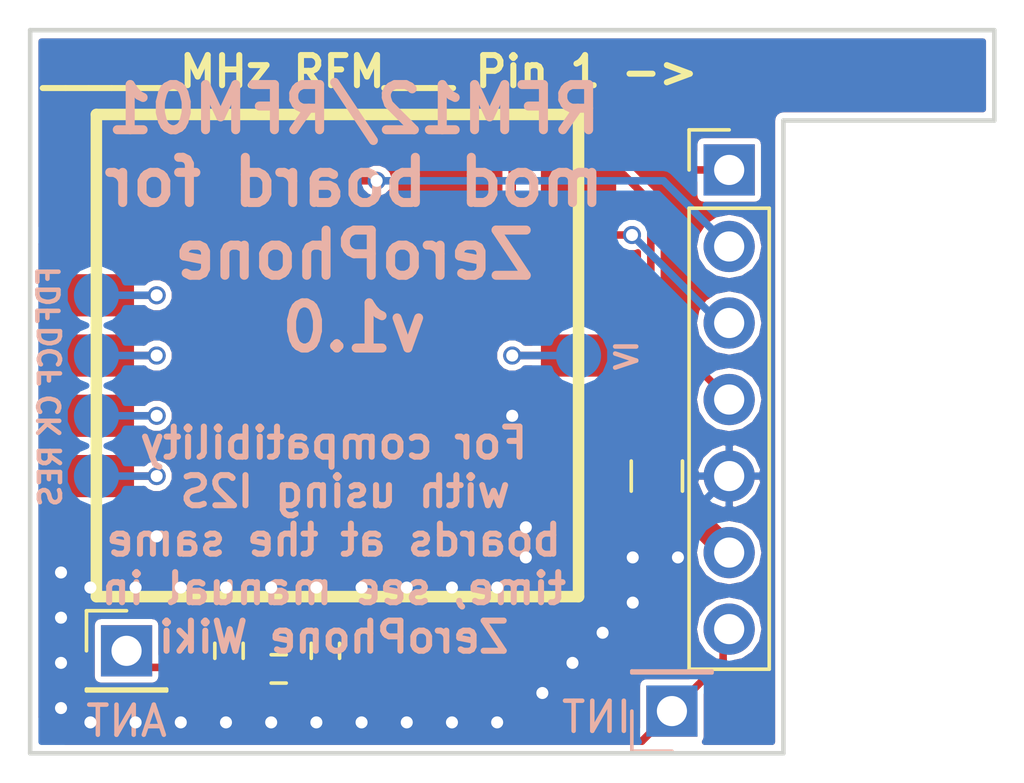
<source format=kicad_pcb>
(kicad_pcb (version 4) (host pcbnew 4.0.7)

  (general
    (links 22)
    (no_connects 0)
    (area 134.924999 98.924999 167.075001 123.075001)
    (thickness 1.6)
    (drawings 9)
    (tracks 141)
    (zones 0)
    (modules 13)
    (nets 15)
  )

  (page A4)
  (layers
    (0 F.Cu signal)
    (31 B.Cu signal)
    (32 B.Adhes user)
    (33 F.Adhes user)
    (34 B.Paste user)
    (35 F.Paste user)
    (36 B.SilkS user)
    (37 F.SilkS user)
    (38 B.Mask user)
    (39 F.Mask user)
    (40 Dwgs.User user)
    (41 Cmts.User user)
    (42 Eco1.User user)
    (43 Eco2.User user)
    (44 Edge.Cuts user)
    (45 Margin user)
    (46 B.CrtYd user)
    (47 F.CrtYd user)
    (48 B.Fab user)
    (49 F.Fab user)
  )

  (setup
    (last_trace_width 0.25)
    (user_trace_width 0.8)
    (trace_clearance 0.2)
    (zone_clearance 0.508)
    (zone_45_only no)
    (trace_min 0.2)
    (segment_width 0.2)
    (edge_width 0.15)
    (via_size 0.6)
    (via_drill 0.4)
    (via_min_size 0.4)
    (via_min_drill 0.3)
    (uvia_size 0.3)
    (uvia_drill 0.1)
    (uvias_allowed no)
    (uvia_min_size 0.2)
    (uvia_min_drill 0.1)
    (pcb_text_width 0.3)
    (pcb_text_size 1.5 1.5)
    (mod_edge_width 0.15)
    (mod_text_size 1 1)
    (mod_text_width 0.15)
    (pad_size 1.524 1.524)
    (pad_drill 0.762)
    (pad_to_mask_clearance 0.2)
    (aux_axis_origin 168 98)
    (visible_elements 7FFFFF7F)
    (pcbplotparams
      (layerselection 0x010f0_80000001)
      (usegerberextensions true)
      (usegerberattributes true)
      (excludeedgelayer true)
      (linewidth 0.100000)
      (plotframeref false)
      (viasonmask false)
      (mode 1)
      (useauxorigin true)
      (hpglpennumber 1)
      (hpglpenspeed 20)
      (hpglpendiameter 15)
      (hpglpenoverlay 2)
      (psnegative false)
      (psa4output false)
      (plotreference true)
      (plotvalue true)
      (plotinvisibletext false)
      (padsonsilk false)
      (subtractmaskfromsilk false)
      (outputformat 1)
      (mirror false)
      (drillshape 0)
      (scaleselection 1)
      (outputdirectory gerbers/))
  )

  (net 0 "")
  (net 1 "Net-(C1-Pad1)")
  (net 2 GND)
  (net 3 "Net-(C2-Pad1)")
  (net 4 +3V3)
  (net 5 INT)
  (net 6 "Net-(TP1-Pad1)")
  (net 7 "Net-(TP2-Pad1)")
  (net 8 "Net-(TP3-Pad1)")
  (net 9 "Net-(TP4-Pad1)")
  (net 10 "Net-(TP5-Pad1)")
  (net 11 MOSI)
  (net 12 MISO)
  (net 13 SCK)
  (net 14 CS)

  (net_class Default "This is the default net class."
    (clearance 0.2)
    (trace_width 0.25)
    (via_dia 0.6)
    (via_drill 0.4)
    (uvia_dia 0.3)
    (uvia_drill 0.1)
    (add_net +3V3)
    (add_net CS)
    (add_net GND)
    (add_net INT)
    (add_net MISO)
    (add_net MOSI)
    (add_net "Net-(C1-Pad1)")
    (add_net "Net-(C2-Pad1)")
    (add_net "Net-(TP1-Pad1)")
    (add_net "Net-(TP2-Pad1)")
    (add_net "Net-(TP3-Pad1)")
    (add_net "Net-(TP4-Pad1)")
    (add_net "Net-(TP5-Pad1)")
    (add_net SCK)
  )

  (module Capacitors_SMD:C_0402 (layer F.Cu) (tedit 59A2CE6D) (tstamp 59A2C92E)
    (at 144.8 119.6 90)
    (descr "Capacitor SMD 0402, reflow soldering, AVX (see smccp.pdf)")
    (tags "capacitor 0402")
    (path /59A2C35B)
    (attr smd)
    (fp_text reference C1 (at 0 -1.27 90) (layer F.SilkS) hide
      (effects (font (size 1 1) (thickness 0.15)))
    )
    (fp_text value C_Small (at 0 1.27 90) (layer F.Fab) hide
      (effects (font (size 1 1) (thickness 0.15)))
    )
    (fp_text user %R (at 0 -1.27 90) (layer F.Fab) hide
      (effects (font (size 1 1) (thickness 0.15)))
    )
    (fp_line (start -0.5 0.25) (end -0.5 -0.25) (layer F.Fab) (width 0.1))
    (fp_line (start 0.5 0.25) (end -0.5 0.25) (layer F.Fab) (width 0.1))
    (fp_line (start 0.5 -0.25) (end 0.5 0.25) (layer F.Fab) (width 0.1))
    (fp_line (start -0.5 -0.25) (end 0.5 -0.25) (layer F.Fab) (width 0.1))
    (fp_line (start 0.25 -0.47) (end -0.25 -0.47) (layer F.SilkS) (width 0.12))
    (fp_line (start -0.25 0.47) (end 0.25 0.47) (layer F.SilkS) (width 0.12))
    (fp_line (start -1 -0.4) (end 1 -0.4) (layer F.CrtYd) (width 0.05))
    (fp_line (start -1 -0.4) (end -1 0.4) (layer F.CrtYd) (width 0.05))
    (fp_line (start 1 0.4) (end 1 -0.4) (layer F.CrtYd) (width 0.05))
    (fp_line (start 1 0.4) (end -1 0.4) (layer F.CrtYd) (width 0.05))
    (pad 1 smd rect (at -0.55 0 90) (size 0.6 0.5) (layers F.Cu F.Paste F.Mask)
      (net 1 "Net-(C1-Pad1)"))
    (pad 2 smd rect (at 0.55 0 90) (size 0.6 0.5) (layers F.Cu F.Paste F.Mask)
      (net 2 GND))
    (model Capacitors_SMD.3dshapes/C_0402.wrl
      (at (xyz 0 0 0))
      (scale (xyz 1 1 1))
      (rotate (xyz 0 0 0))
    )
  )

  (module Capacitors_SMD:C_0402 (layer F.Cu) (tedit 59A2CE55) (tstamp 59A2C934)
    (at 141.6 119.6 90)
    (descr "Capacitor SMD 0402, reflow soldering, AVX (see smccp.pdf)")
    (tags "capacitor 0402")
    (path /59A2C2DB)
    (attr smd)
    (fp_text reference C2 (at 0 -1.27 90) (layer F.SilkS) hide
      (effects (font (size 1 1) (thickness 0.15)))
    )
    (fp_text value C_Small (at 0 1.27 90) (layer F.Fab) hide
      (effects (font (size 1 1) (thickness 0.15)))
    )
    (fp_text user %R (at 0 -1.27 90) (layer F.Fab) hide
      (effects (font (size 1 1) (thickness 0.15)))
    )
    (fp_line (start -0.5 0.25) (end -0.5 -0.25) (layer F.Fab) (width 0.1))
    (fp_line (start 0.5 0.25) (end -0.5 0.25) (layer F.Fab) (width 0.1))
    (fp_line (start 0.5 -0.25) (end 0.5 0.25) (layer F.Fab) (width 0.1))
    (fp_line (start -0.5 -0.25) (end 0.5 -0.25) (layer F.Fab) (width 0.1))
    (fp_line (start 0.25 -0.47) (end -0.25 -0.47) (layer F.SilkS) (width 0.12))
    (fp_line (start -0.25 0.47) (end 0.25 0.47) (layer F.SilkS) (width 0.12))
    (fp_line (start -1 -0.4) (end 1 -0.4) (layer F.CrtYd) (width 0.05))
    (fp_line (start -1 -0.4) (end -1 0.4) (layer F.CrtYd) (width 0.05))
    (fp_line (start 1 0.4) (end 1 -0.4) (layer F.CrtYd) (width 0.05))
    (fp_line (start 1 0.4) (end -1 0.4) (layer F.CrtYd) (width 0.05))
    (pad 1 smd rect (at -0.55 0 90) (size 0.6 0.5) (layers F.Cu F.Paste F.Mask)
      (net 3 "Net-(C2-Pad1)"))
    (pad 2 smd rect (at 0.55 0 90) (size 0.6 0.5) (layers F.Cu F.Paste F.Mask)
      (net 2 GND))
    (model Capacitors_SMD.3dshapes/C_0402.wrl
      (at (xyz 0 0 0))
      (scale (xyz 1 1 1))
      (rotate (xyz 0 0 0))
    )
  )

  (module Pin_Headers:Pin_Header_Straight_1x01_Pitch2.54mm (layer F.Cu) (tedit 59A2CE66) (tstamp 59A2C939)
    (at 138.2 119.6)
    (descr "Through hole straight pin header, 1x01, 2.54mm pitch, single row")
    (tags "Through hole pin header THT 1x01 2.54mm single row")
    (path /59A2C21D)
    (fp_text reference J1 (at 0 -2.33) (layer F.SilkS) hide
      (effects (font (size 1 1) (thickness 0.15)))
    )
    (fp_text value ANT (at 0 2.33) (layer B.SilkS)
      (effects (font (size 1 1) (thickness 0.15)) (justify mirror))
    )
    (fp_line (start -0.635 -1.27) (end 1.27 -1.27) (layer F.Fab) (width 0.1))
    (fp_line (start 1.27 -1.27) (end 1.27 1.27) (layer F.Fab) (width 0.1))
    (fp_line (start 1.27 1.27) (end -1.27 1.27) (layer F.Fab) (width 0.1))
    (fp_line (start -1.27 1.27) (end -1.27 -0.635) (layer F.Fab) (width 0.1))
    (fp_line (start -1.27 -0.635) (end -0.635 -1.27) (layer F.Fab) (width 0.1))
    (fp_line (start -1.33 1.33) (end 1.33 1.33) (layer F.SilkS) (width 0.12))
    (fp_line (start -1.33 1.27) (end -1.33 1.33) (layer F.SilkS) (width 0.12))
    (fp_line (start 1.33 1.27) (end 1.33 1.33) (layer F.SilkS) (width 0.12))
    (fp_line (start -1.33 1.27) (end 1.33 1.27) (layer F.SilkS) (width 0.12))
    (fp_line (start -1.33 0) (end -1.33 -1.33) (layer F.SilkS) (width 0.12))
    (fp_line (start -1.33 -1.33) (end 0 -1.33) (layer F.SilkS) (width 0.12))
    (fp_line (start -1.8 -1.8) (end -1.8 1.8) (layer F.CrtYd) (width 0.05))
    (fp_line (start -1.8 1.8) (end 1.8 1.8) (layer F.CrtYd) (width 0.05))
    (fp_line (start 1.8 1.8) (end 1.8 -1.8) (layer F.CrtYd) (width 0.05))
    (fp_line (start 1.8 -1.8) (end -1.8 -1.8) (layer F.CrtYd) (width 0.05))
    (fp_text user %R (at 0 0 90) (layer F.Fab)
      (effects (font (size 1 1) (thickness 0.15)))
    )
    (pad 1 thru_hole rect (at 0 0) (size 1.7 1.7) (drill 1) (layers *.Cu *.Mask)
      (net 3 "Net-(C2-Pad1)"))
  )

  (module Pin_Headers:Pin_Header_Straight_1x07_Pitch2.54mm (layer F.Cu) (tedit 59A2CE34) (tstamp 59A2C944)
    (at 158.2 103.64)
    (descr "Through hole straight pin header, 1x07, 2.54mm pitch, single row")
    (tags "Through hole pin header THT 1x07 2.54mm single row")
    (path /59A2C1B8)
    (fp_text reference J2 (at 0 -2.33) (layer F.SilkS) hide
      (effects (font (size 1 1) (thickness 0.15)))
    )
    (fp_text value CONN_01X07 (at 0 17.57) (layer F.Fab) hide
      (effects (font (size 1 1) (thickness 0.15)))
    )
    (fp_line (start -0.635 -1.27) (end 1.27 -1.27) (layer F.Fab) (width 0.1))
    (fp_line (start 1.27 -1.27) (end 1.27 16.51) (layer F.Fab) (width 0.1))
    (fp_line (start 1.27 16.51) (end -1.27 16.51) (layer F.Fab) (width 0.1))
    (fp_line (start -1.27 16.51) (end -1.27 -0.635) (layer F.Fab) (width 0.1))
    (fp_line (start -1.27 -0.635) (end -0.635 -1.27) (layer F.Fab) (width 0.1))
    (fp_line (start -1.33 16.57) (end 1.33 16.57) (layer F.SilkS) (width 0.12))
    (fp_line (start -1.33 1.27) (end -1.33 16.57) (layer F.SilkS) (width 0.12))
    (fp_line (start 1.33 1.27) (end 1.33 16.57) (layer F.SilkS) (width 0.12))
    (fp_line (start -1.33 1.27) (end 1.33 1.27) (layer F.SilkS) (width 0.12))
    (fp_line (start -1.33 0) (end -1.33 -1.33) (layer F.SilkS) (width 0.12))
    (fp_line (start -1.33 -1.33) (end 0 -1.33) (layer F.SilkS) (width 0.12))
    (fp_line (start -1.8 -1.8) (end -1.8 17.05) (layer F.CrtYd) (width 0.05))
    (fp_line (start -1.8 17.05) (end 1.8 17.05) (layer F.CrtYd) (width 0.05))
    (fp_line (start 1.8 17.05) (end 1.8 -1.8) (layer F.CrtYd) (width 0.05))
    (fp_line (start 1.8 -1.8) (end -1.8 -1.8) (layer F.CrtYd) (width 0.05))
    (fp_text user %R (at 0 7.62 90) (layer F.Fab)
      (effects (font (size 1 1) (thickness 0.15)))
    )
    (pad 1 thru_hole rect (at 0 0) (size 1.7 1.7) (drill 1) (layers *.Cu *.Mask)
      (net 11 MOSI))
    (pad 2 thru_hole oval (at 0 2.54) (size 1.7 1.7) (drill 1) (layers *.Cu *.Mask)
      (net 12 MISO))
    (pad 3 thru_hole oval (at 0 5.08) (size 1.7 1.7) (drill 1) (layers *.Cu *.Mask)
      (net 13 SCK))
    (pad 4 thru_hole oval (at 0 7.62) (size 1.7 1.7) (drill 1) (layers *.Cu *.Mask)
      (net 14 CS))
    (pad 5 thru_hole oval (at 0 10.16) (size 1.7 1.7) (drill 1) (layers *.Cu *.Mask)
      (net 2 GND))
    (pad 6 thru_hole oval (at 0 12.7) (size 1.7 1.7) (drill 1) (layers *.Cu *.Mask)
      (net 4 +3V3))
    (pad 7 thru_hole oval (at 0 15.24) (size 1.7 1.7) (drill 1) (layers *.Cu *.Mask)
      (net 5 INT))
    (model ${KISYS3DMOD}/Pin_Headers.3dshapes/Pin_Header_Angled_1x07_Pitch2.54mm.wrl
      (at (xyz 0 0 0))
      (scale (xyz 1 1 1))
      (rotate (xyz 0 0 0))
    )
  )

  (module Capacitors_SMD:C_0402 (layer F.Cu) (tedit 59A2CE69) (tstamp 59A2C94A)
    (at 143.25 120.2 180)
    (descr "Capacitor SMD 0402, reflow soldering, AVX (see smccp.pdf)")
    (tags "capacitor 0402")
    (path /59A2C37F)
    (attr smd)
    (fp_text reference L1 (at 0 -1.27 180) (layer F.SilkS) hide
      (effects (font (size 1 1) (thickness 0.15)))
    )
    (fp_text value L_Small (at 0 1.27 180) (layer F.Fab) hide
      (effects (font (size 1 1) (thickness 0.15)))
    )
    (fp_text user %R (at 0 -1.27 180) (layer F.Fab) hide
      (effects (font (size 1 1) (thickness 0.15)))
    )
    (fp_line (start -0.5 0.25) (end -0.5 -0.25) (layer F.Fab) (width 0.1))
    (fp_line (start 0.5 0.25) (end -0.5 0.25) (layer F.Fab) (width 0.1))
    (fp_line (start 0.5 -0.25) (end 0.5 0.25) (layer F.Fab) (width 0.1))
    (fp_line (start -0.5 -0.25) (end 0.5 -0.25) (layer F.Fab) (width 0.1))
    (fp_line (start 0.25 -0.47) (end -0.25 -0.47) (layer F.SilkS) (width 0.12))
    (fp_line (start -0.25 0.47) (end 0.25 0.47) (layer F.SilkS) (width 0.12))
    (fp_line (start -1 -0.4) (end 1 -0.4) (layer F.CrtYd) (width 0.05))
    (fp_line (start -1 -0.4) (end -1 0.4) (layer F.CrtYd) (width 0.05))
    (fp_line (start 1 0.4) (end 1 -0.4) (layer F.CrtYd) (width 0.05))
    (fp_line (start 1 0.4) (end -1 0.4) (layer F.CrtYd) (width 0.05))
    (pad 1 smd rect (at -0.55 0 180) (size 0.6 0.5) (layers F.Cu F.Paste F.Mask)
      (net 1 "Net-(C1-Pad1)"))
    (pad 2 smd rect (at 0.55 0 180) (size 0.6 0.5) (layers F.Cu F.Paste F.Mask)
      (net 3 "Net-(C2-Pad1)"))
    (model Capacitors_SMD.3dshapes/C_0402.wrl
      (at (xyz 0 0 0))
      (scale (xyz 1 1 1))
      (rotate (xyz 0 0 0))
    )
  )

  (module Measurement_Points:Measurement_Point_Round-SMD-Pad_Small (layer B.Cu) (tedit 59A2CF46) (tstamp 59A2C94F)
    (at 137.2 107.8)
    (descr "Mesurement Point, Round, SMD Pad, DM 1.5mm,")
    (tags "Mesurement Point Round SMD Pad 1.5mm")
    (path /59A2C7FC)
    (attr virtual)
    (fp_text reference TP1 (at 0 2) (layer B.SilkS) hide
      (effects (font (size 1 1) (thickness 0.15)) (justify mirror))
    )
    (fp_text value FDF (at -1.575 0 90) (layer B.SilkS)
      (effects (font (size 0.7 0.7) (thickness 0.15)) (justify mirror))
    )
    (fp_circle (center 0 0) (end 1 0) (layer B.CrtYd) (width 0.05))
    (pad 1 smd circle (at 0 0) (size 1.5 1.5) (layers B.Cu B.Mask)
      (net 6 "Net-(TP1-Pad1)"))
  )

  (module Measurement_Points:Measurement_Point_Round-SMD-Pad_Small (layer B.Cu) (tedit 59A2CF39) (tstamp 59A2C954)
    (at 137.2 109.8 180)
    (descr "Mesurement Point, Round, SMD Pad, DM 1.5mm,")
    (tags "Mesurement Point Round SMD Pad 1.5mm")
    (path /59A2C82C)
    (attr virtual)
    (fp_text reference TP2 (at 0 2 180) (layer B.SilkS) hide
      (effects (font (size 1 1) (thickness 0.15)) (justify mirror))
    )
    (fp_text value DCF (at 1.525 -0.025 270) (layer B.SilkS)
      (effects (font (size 0.7 0.7) (thickness 0.15)) (justify mirror))
    )
    (fp_circle (center 0 0) (end 1 0) (layer B.CrtYd) (width 0.05))
    (pad 1 smd circle (at 0 0 180) (size 1.5 1.5) (layers B.Cu B.Mask)
      (net 7 "Net-(TP2-Pad1)"))
  )

  (module Measurement_Points:Measurement_Point_Round-SMD-Pad_Small (layer B.Cu) (tedit 59A2CF28) (tstamp 59A2C959)
    (at 137.2 111.8)
    (descr "Mesurement Point, Round, SMD Pad, DM 1.5mm,")
    (tags "Mesurement Point Round SMD Pad 1.5mm")
    (path /59A2C75C)
    (attr virtual)
    (fp_text reference TP3 (at 0 2) (layer B.SilkS) hide
      (effects (font (size 1 1) (thickness 0.15)) (justify mirror))
    )
    (fp_text value CK (at -1.55 0 270) (layer B.SilkS)
      (effects (font (size 0.7 0.7) (thickness 0.15)) (justify mirror))
    )
    (fp_circle (center 0 0) (end 1 0) (layer B.CrtYd) (width 0.05))
    (pad 1 smd circle (at 0 0) (size 1.5 1.5) (layers B.Cu B.Mask)
      (net 8 "Net-(TP3-Pad1)"))
  )

  (module Measurement_Points:Measurement_Point_Round-SMD-Pad_Small (layer B.Cu) (tedit 59A2CF2E) (tstamp 59A2C95E)
    (at 137.2 113.8)
    (descr "Mesurement Point, Round, SMD Pad, DM 1.5mm,")
    (tags "Mesurement Point Round SMD Pad 1.5mm")
    (path /59A2C857)
    (attr virtual)
    (fp_text reference TP4 (at 0 2) (layer B.SilkS) hide
      (effects (font (size 1 1) (thickness 0.15)) (justify mirror))
    )
    (fp_text value RES (at -1.525 0 90) (layer B.SilkS)
      (effects (font (size 0.7 0.7) (thickness 0.15)) (justify mirror))
    )
    (fp_circle (center 0 0) (end 1 0) (layer B.CrtYd) (width 0.05))
    (pad 1 smd circle (at 0 0) (size 1.5 1.5) (layers B.Cu B.Mask)
      (net 9 "Net-(TP4-Pad1)"))
  )

  (module Measurement_Points:Measurement_Point_Round-SMD-Pad_Small (layer B.Cu) (tedit 59A2CF56) (tstamp 59A2C963)
    (at 153.2 109.8)
    (descr "Mesurement Point, Round, SMD Pad, DM 1.5mm,")
    (tags "Mesurement Point Round SMD Pad 1.5mm")
    (path /59A2C95E)
    (attr virtual)
    (fp_text reference TP5 (at 0 2) (layer B.SilkS) hide
      (effects (font (size 1 1) (thickness 0.15)) (justify mirror))
    )
    (fp_text value IV (at 1.6 0 90) (layer B.SilkS)
      (effects (font (size 0.7 0.7) (thickness 0.15)) (justify mirror))
    )
    (fp_circle (center 0 0) (end 1 0) (layer B.CrtYd) (width 0.05))
    (pad 1 smd circle (at 0 0) (size 1.5 1.5) (layers B.Cu B.Mask)
      (net 10 "Net-(TP5-Pad1)"))
  )

  (module Capacitors_SMD:C_0805_HandSoldering (layer F.Cu) (tedit 59A2CE73) (tstamp 59A2CB69)
    (at 155.8 113.8 90)
    (descr "Capacitor SMD 0805, hand soldering")
    (tags "capacitor 0805")
    (path /59A2CA50)
    (attr smd)
    (fp_text reference C3 (at 0 -1.75 90) (layer F.SilkS) hide
      (effects (font (size 1 1) (thickness 0.15)))
    )
    (fp_text value C_Small (at 0 1.75 90) (layer F.Fab) hide
      (effects (font (size 1 1) (thickness 0.15)))
    )
    (fp_text user %R (at 0 -1.75 90) (layer F.Fab) hide
      (effects (font (size 1 1) (thickness 0.15)))
    )
    (fp_line (start -1 0.62) (end -1 -0.62) (layer F.Fab) (width 0.1))
    (fp_line (start 1 0.62) (end -1 0.62) (layer F.Fab) (width 0.1))
    (fp_line (start 1 -0.62) (end 1 0.62) (layer F.Fab) (width 0.1))
    (fp_line (start -1 -0.62) (end 1 -0.62) (layer F.Fab) (width 0.1))
    (fp_line (start 0.5 -0.85) (end -0.5 -0.85) (layer F.SilkS) (width 0.12))
    (fp_line (start -0.5 0.85) (end 0.5 0.85) (layer F.SilkS) (width 0.12))
    (fp_line (start -2.25 -0.88) (end 2.25 -0.88) (layer F.CrtYd) (width 0.05))
    (fp_line (start -2.25 -0.88) (end -2.25 0.87) (layer F.CrtYd) (width 0.05))
    (fp_line (start 2.25 0.87) (end 2.25 -0.88) (layer F.CrtYd) (width 0.05))
    (fp_line (start 2.25 0.87) (end -2.25 0.87) (layer F.CrtYd) (width 0.05))
    (pad 1 smd rect (at -1.25 0 90) (size 1.5 1.25) (layers F.Cu F.Paste F.Mask)
      (net 4 +3V3))
    (pad 2 smd rect (at 1.25 0 90) (size 1.5 1.25) (layers F.Cu F.Paste F.Mask)
      (net 2 GND))
    (model Capacitors_SMD.3dshapes/C_0805.wrl
      (at (xyz 0 0 0))
      (scale (xyz 1 1 1))
      (rotate (xyz 0 0 0))
    )
  )

  (module rfm12_rfm01_breakout:flabbergast_rfm12b (layer F.Cu) (tedit 59B546D5) (tstamp 59A2CB7B)
    (at 145.2 109.8)
    (path /59A2C117)
    (fp_text reference U1 (at 0 9.99998) (layer F.SilkS) hide
      (effects (font (thickness 0.3048)))
    )
    (fp_text value RFM12B (at 0 -8.99922) (layer F.SilkS) hide
      (effects (font (thickness 0.3048)))
    )
    (fp_line (start 8.001 -8.001) (end 8.001 8.001) (layer F.SilkS) (width 0.381))
    (fp_line (start 8.001 8.001) (end -8.001 8.001) (layer F.SilkS) (width 0.381))
    (fp_line (start -8.001 8.001) (end -8.001 -8.001) (layer F.SilkS) (width 0.381))
    (fp_line (start -8.001 -8.001) (end 8.001 -8.001) (layer F.SilkS) (width 0.381))
    (pad 4 smd rect (at -8.001 0) (size 2.49936 1.39954) (layers F.Cu F.Paste F.Mask)
      (net 7 "Net-(TP2-Pad1)") (solder_mask_margin 0.0508))
    (pad 1 smd rect (at -8.001 -5.99948) (size 2.49936 1.39954) (layers F.Cu F.Paste F.Mask)
      (net 12 MISO) (solder_mask_margin 0.0508))
    (pad 2 smd rect (at -8.001 -4.0005) (size 2.49936 1.39954) (layers F.Cu F.Paste F.Mask)
      (net 5 INT) (solder_mask_margin 0.0508))
    (pad 3 smd rect (at -8.001 -1.99898) (size 2.49936 1.39954) (layers F.Cu F.Paste F.Mask)
      (net 6 "Net-(TP1-Pad1)") (solder_mask_margin 0.0508))
    (pad 5 smd rect (at -8.001 1.99898) (size 2.49936 1.39954) (layers F.Cu F.Paste F.Mask)
      (net 8 "Net-(TP3-Pad1)") (solder_mask_margin 0.0508))
    (pad 6 smd rect (at -8.001 4.0005) (size 2.49936 1.39954) (layers F.Cu F.Paste F.Mask)
      (net 9 "Net-(TP4-Pad1)") (solder_mask_margin 0.0508))
    (pad 7 smd rect (at -8.001 5.99948) (size 2.49936 1.39954) (layers F.Cu F.Paste F.Mask)
      (net 2 GND) (solder_mask_margin 0.0508))
    (pad 8 smd rect (at 8.001 5.99948) (size 2.49936 1.39954) (layers F.Cu F.Paste F.Mask)
      (net 1 "Net-(C1-Pad1)") (solder_mask_margin 0.0508))
    (pad 9 smd rect (at 8.001 4.0005) (size 2.49936 1.39954) (layers F.Cu F.Paste F.Mask)
      (net 4 +3V3) (solder_mask_margin 0.0508))
    (pad 10 smd rect (at 8.001 1.99898) (size 2.49936 1.39954) (layers F.Cu F.Paste F.Mask)
      (net 2 GND) (solder_mask_margin 0.0508))
    (pad 11 smd rect (at 8.001 0) (size 2.49936 1.39954) (layers F.Cu F.Paste F.Mask)
      (net 10 "Net-(TP5-Pad1)") (solder_mask_margin 0.0508))
    (pad 12 smd rect (at 8.001 -1.99898) (size 2.49936 1.39954) (layers F.Cu F.Paste F.Mask)
      (net 11 MOSI) (solder_mask_margin 0.0508))
    (pad 13 smd rect (at 8.001 -4.0005) (size 2.49936 1.39954) (layers F.Cu F.Paste F.Mask)
      (net 13 SCK) (solder_mask_margin 0.0508))
    (pad 14 smd rect (at 8.001 -5.99948) (size 2.49936 1.39954) (layers F.Cu F.Paste F.Mask)
      (net 14 CS) (solder_mask_margin 0.0508))
  )

  (module Pin_Headers:Pin_Header_Straight_1x01_Pitch2.54mm (layer B.Cu) (tedit 59A2D4DC) (tstamp 59A2D524)
    (at 156.3 121.6)
    (descr "Through hole straight pin header, 1x01, 2.54mm pitch, single row")
    (tags "Through hole pin header THT 1x01 2.54mm single row")
    (path /59A2D446)
    (fp_text reference J3 (at 0 2.33) (layer B.SilkS) hide
      (effects (font (size 1 1) (thickness 0.15)) (justify mirror))
    )
    (fp_text value INT (at -2.5 0.2) (layer B.SilkS)
      (effects (font (size 1 1) (thickness 0.15)) (justify mirror))
    )
    (fp_line (start -0.635 1.27) (end 1.27 1.27) (layer B.Fab) (width 0.1))
    (fp_line (start 1.27 1.27) (end 1.27 -1.27) (layer B.Fab) (width 0.1))
    (fp_line (start 1.27 -1.27) (end -1.27 -1.27) (layer B.Fab) (width 0.1))
    (fp_line (start -1.27 -1.27) (end -1.27 0.635) (layer B.Fab) (width 0.1))
    (fp_line (start -1.27 0.635) (end -0.635 1.27) (layer B.Fab) (width 0.1))
    (fp_line (start -1.33 -1.33) (end 1.33 -1.33) (layer B.SilkS) (width 0.12))
    (fp_line (start -1.33 -1.27) (end -1.33 -1.33) (layer B.SilkS) (width 0.12))
    (fp_line (start 1.33 -1.27) (end 1.33 -1.33) (layer B.SilkS) (width 0.12))
    (fp_line (start -1.33 -1.27) (end 1.33 -1.27) (layer B.SilkS) (width 0.12))
    (fp_line (start -1.33 0) (end -1.33 1.33) (layer B.SilkS) (width 0.12))
    (fp_line (start -1.33 1.33) (end 0 1.33) (layer B.SilkS) (width 0.12))
    (fp_line (start -1.8 1.8) (end -1.8 -1.8) (layer B.CrtYd) (width 0.05))
    (fp_line (start -1.8 -1.8) (end 1.8 -1.8) (layer B.CrtYd) (width 0.05))
    (fp_line (start 1.8 -1.8) (end 1.8 1.8) (layer B.CrtYd) (width 0.05))
    (fp_line (start 1.8 1.8) (end -1.8 1.8) (layer B.CrtYd) (width 0.05))
    (fp_text user %R (at 0 0 270) (layer B.Fab)
      (effects (font (size 1 1) (thickness 0.15)) (justify mirror))
    )
    (pad 1 thru_hole rect (at 0 0) (size 1.7 1.7) (drill 1) (layers *.Cu *.Mask)
      (net 5 INT))
  )

  (gr_text "RFM12/RFM01\nmod board for\nZeroPhone\nv1.0" (at 145.75 105.25) (layer B.SilkS)
    (effects (font (size 1.5 1.5) (thickness 0.3)) (justify mirror))
  )
  (gr_text "______MHz RFM___ Pin 1 ->\n" (at 146.275 100.375) (layer F.SilkS)
    (effects (font (size 1 1) (thickness 0.2)))
  )
  (gr_text "For compatibility\nwith using I2S \nboards at the same\ntime, see manual in\nZeroPhone Wiki" (at 145.075 115.925) (layer B.SilkS)
    (effects (font (size 1 1) (thickness 0.2)) (justify mirror))
  )
  (gr_line (start 135 123) (end 135 99) (layer Edge.Cuts) (width 0.15))
  (gr_line (start 160 123) (end 135 123) (layer Edge.Cuts) (width 0.15))
  (gr_line (start 160 102) (end 160 123) (layer Edge.Cuts) (width 0.15))
  (gr_line (start 167 102) (end 160 102) (layer Edge.Cuts) (width 0.15))
  (gr_line (start 167 99) (end 167 102) (layer Edge.Cuts) (width 0.15))
  (gr_line (start 135 99) (end 167 99) (layer Edge.Cuts) (width 0.15))

  (segment (start 144.8 120.15) (end 150.25 120.15) (width 0.25) (layer F.Cu) (net 1))
  (segment (start 153.201 117.199) (end 153.201 115.79948) (width 0.25) (layer F.Cu) (net 1))
  (segment (start 150.25 120.15) (end 153.201 117.199) (width 0.25) (layer F.Cu) (net 1))
  (segment (start 143.8 120.2) (end 144.75 120.2) (width 0.25) (layer F.Cu) (net 1))
  (segment (start 144.75 120.2) (end 144.8 120.15) (width 0.25) (layer F.Cu) (net 1))
  (segment (start 155 116.5) (end 155 118) (width 0.25) (layer F.Cu) (net 2))
  (via (at 155 118) (size 0.6) (drill 0.4) (layers F.Cu B.Cu) (net 2))
  (segment (start 154 119) (end 155 118) (width 0.25) (layer F.Cu) (net 2))
  (segment (start 153 120) (end 154 119) (width 0.25) (layer B.Cu) (net 2))
  (via (at 154 119) (size 0.6) (drill 0.4) (layers F.Cu B.Cu) (net 2))
  (segment (start 152 121) (end 153 120) (width 0.25) (layer F.Cu) (net 2))
  (via (at 153 120) (size 0.6) (drill 0.4) (layers F.Cu B.Cu) (net 2))
  (segment (start 150.5 121.975) (end 151.025 121.975) (width 0.25) (layer B.Cu) (net 2))
  (segment (start 151.025 121.975) (end 152 121) (width 0.25) (layer B.Cu) (net 2))
  (via (at 152 121) (size 0.6) (drill 0.4) (layers F.Cu B.Cu) (net 2))
  (segment (start 150.5 117.5) (end 150.5 117.451399) (width 0.25) (layer F.Cu) (net 2))
  (segment (start 150.5 117.451399) (end 151.451319 116.50008) (width 0.25) (layer F.Cu) (net 2))
  (via (at 151.451319 116.50008) (size 0.6) (drill 0.4) (layers F.Cu B.Cu) (net 2))
  (segment (start 156.5 116.5) (end 155 116.5) (width 0.25) (layer B.Cu) (net 2))
  (via (at 155 116.5) (size 0.6) (drill 0.4) (layers F.Cu B.Cu) (net 2))
  (segment (start 150.5 117.5) (end 150.5 116.451318) (width 0.25) (layer F.Cu) (net 2))
  (segment (start 150.5 116.451318) (end 151.451318 115.5) (width 0.25) (layer F.Cu) (net 2))
  (via (at 151.451318 115.5) (size 0.6) (drill 0.4) (layers F.Cu B.Cu) (net 2))
  (segment (start 149 117.5) (end 150.5 117.5) (width 0.25) (layer B.Cu) (net 2))
  (via (at 150.5 117.5) (size 0.6) (drill 0.4) (layers F.Cu B.Cu) (net 2))
  (segment (start 147.5 117.5) (end 149 117.5) (width 0.25) (layer F.Cu) (net 2))
  (via (at 149 117.5) (size 0.6) (drill 0.4) (layers F.Cu B.Cu) (net 2))
  (segment (start 146 117.5) (end 147.5 117.5) (width 0.25) (layer B.Cu) (net 2))
  (via (at 147.5 117.5) (size 0.6) (drill 0.4) (layers F.Cu B.Cu) (net 2))
  (segment (start 144.5 117.5) (end 146 117.5) (width 0.25) (layer F.Cu) (net 2))
  (via (at 146 117.5) (size 0.6) (drill 0.4) (layers F.Cu B.Cu) (net 2))
  (segment (start 143 117.5) (end 144.5 117.5) (width 0.25) (layer B.Cu) (net 2))
  (via (at 144.5 117.5) (size 0.6) (drill 0.4) (layers F.Cu B.Cu) (net 2))
  (segment (start 141.5 117.5) (end 143 117.5) (width 0.25) (layer F.Cu) (net 2))
  (via (at 143 117.5) (size 0.6) (drill 0.4) (layers F.Cu B.Cu) (net 2))
  (segment (start 140 117.5) (end 141.5 117.5) (width 0.25) (layer B.Cu) (net 2))
  (via (at 141.5 117.5) (size 0.6) (drill 0.4) (layers F.Cu B.Cu) (net 2))
  (segment (start 138.5 117.5) (end 140 117.5) (width 0.25) (layer F.Cu) (net 2))
  (via (at 140 117.5) (size 0.6) (drill 0.4) (layers F.Cu B.Cu) (net 2))
  (segment (start 137 117.5) (end 138.5 117.5) (width 0.25) (layer B.Cu) (net 2))
  (via (at 138.5 117.5) (size 0.6) (drill 0.4) (layers F.Cu B.Cu) (net 2))
  (segment (start 136.025 117) (end 136.5 117) (width 0.25) (layer F.Cu) (net 2))
  (segment (start 136.5 117) (end 137 117.5) (width 0.25) (layer F.Cu) (net 2))
  (via (at 137 117.5) (size 0.6) (drill 0.4) (layers F.Cu B.Cu) (net 2))
  (segment (start 158.2 113.8) (end 156.5 115.5) (width 0.25) (layer B.Cu) (net 2))
  (segment (start 156.5 115.5) (end 156.5 116.5) (width 0.25) (layer B.Cu) (net 2))
  (via (at 156.5 116.5) (size 0.6) (drill 0.4) (layers F.Cu B.Cu) (net 2))
  (segment (start 149 121.975) (end 150.5 121.975) (width 0.25) (layer B.Cu) (net 2))
  (via (at 150.5 121.975) (size 0.6) (drill 0.4) (layers F.Cu B.Cu) (net 2))
  (segment (start 147.5 121.975) (end 149 121.975) (width 0.25) (layer F.Cu) (net 2))
  (via (at 149 121.975) (size 0.6) (drill 0.4) (layers F.Cu B.Cu) (net 2))
  (segment (start 146 121.975) (end 147.5 121.975) (width 0.25) (layer B.Cu) (net 2))
  (via (at 147.5 121.975) (size 0.6) (drill 0.4) (layers F.Cu B.Cu) (net 2))
  (segment (start 144.5 121.975) (end 146 121.975) (width 0.25) (layer F.Cu) (net 2))
  (via (at 146 121.975) (size 0.6) (drill 0.4) (layers F.Cu B.Cu) (net 2))
  (segment (start 143 121.975) (end 144.5 121.975) (width 0.25) (layer B.Cu) (net 2))
  (via (at 144.5 121.975) (size 0.6) (drill 0.4) (layers F.Cu B.Cu) (net 2))
  (segment (start 141.5 121.975) (end 143 121.975) (width 0.25) (layer F.Cu) (net 2))
  (via (at 143 121.975) (size 0.6) (drill 0.4) (layers F.Cu B.Cu) (net 2))
  (segment (start 140 121.975) (end 141.5 121.975) (width 0.25) (layer B.Cu) (net 2))
  (via (at 141.5 121.975) (size 0.6) (drill 0.4) (layers F.Cu B.Cu) (net 2))
  (segment (start 138.5 121.975) (end 140 121.975) (width 0.25) (layer F.Cu) (net 2))
  (via (at 140 121.975) (size 0.6) (drill 0.4) (layers F.Cu B.Cu) (net 2))
  (segment (start 137 121.975) (end 138.5 121.975) (width 0.25) (layer B.Cu) (net 2))
  (via (at 138.5 121.975) (size 0.6) (drill 0.4) (layers F.Cu B.Cu) (net 2))
  (segment (start 136.025 121.5) (end 136.525 121.5) (width 0.25) (layer F.Cu) (net 2))
  (segment (start 136.525 121.5) (end 137 121.975) (width 0.25) (layer F.Cu) (net 2))
  (via (at 137 121.975) (size 0.6) (drill 0.4) (layers F.Cu B.Cu) (net 2))
  (segment (start 136.025 120) (end 136.025 121.5) (width 0.25) (layer B.Cu) (net 2))
  (via (at 136.025 121.5) (size 0.6) (drill 0.4) (layers F.Cu B.Cu) (net 2))
  (segment (start 136.025 118.5) (end 136.025 120) (width 0.25) (layer F.Cu) (net 2))
  (via (at 136.025 120) (size 0.6) (drill 0.4) (layers F.Cu B.Cu) (net 2))
  (segment (start 136.025 117) (end 136.025 118.5) (width 0.25) (layer B.Cu) (net 2))
  (via (at 136.025 118.5) (size 0.6) (drill 0.4) (layers F.Cu B.Cu) (net 2))
  (segment (start 137.199 115.79948) (end 137.199 115.826) (width 0.25) (layer F.Cu) (net 2))
  (segment (start 137.199 115.826) (end 136.025 117) (width 0.25) (layer F.Cu) (net 2))
  (via (at 136.025 117) (size 0.6) (drill 0.4) (layers F.Cu B.Cu) (net 2))
  (segment (start 137.199 115.79948) (end 137.199 116.026) (width 0.25) (layer F.Cu) (net 2))
  (segment (start 153.201 111.79898) (end 151.00102 111.79898) (width 0.25) (layer F.Cu) (net 2))
  (segment (start 151.00102 111.79898) (end 151 111.8) (width 0.25) (layer F.Cu) (net 2))
  (via (at 151 111.8) (size 0.6) (drill 0.4) (layers F.Cu B.Cu) (net 2))
  (segment (start 137.199 115.79948) (end 139.19948 115.79948) (width 0.25) (layer F.Cu) (net 2))
  (segment (start 139.19948 115.79948) (end 139.2 115.8) (width 0.25) (layer F.Cu) (net 2))
  (via (at 139.2 115.8) (size 0.6) (drill 0.4) (layers F.Cu B.Cu) (net 2))
  (segment (start 141.6 120.15) (end 142.65 120.15) (width 0.25) (layer F.Cu) (net 3))
  (segment (start 142.65 120.15) (end 142.7 120.2) (width 0.25) (layer F.Cu) (net 3))
  (segment (start 141.6 120.15) (end 138.75 120.15) (width 0.25) (layer F.Cu) (net 3))
  (segment (start 138.75 120.15) (end 138.2 119.6) (width 0.25) (layer F.Cu) (net 3))
  (segment (start 155.8 115.05) (end 156.91 115.05) (width 0.8) (layer F.Cu) (net 4))
  (segment (start 156.91 115.05) (end 158.2 116.34) (width 0.8) (layer F.Cu) (net 4))
  (segment (start 153.201 113.8005) (end 154.5505 113.8005) (width 0.8) (layer F.Cu) (net 4))
  (segment (start 154.5505 113.8005) (end 155.8 115.05) (width 0.8) (layer F.Cu) (net 4))
  (segment (start 156.3 121.6) (end 158 119.9) (width 0.25) (layer F.Cu) (net 5))
  (segment (start 158 119.9) (end 158 119.08) (width 0.25) (layer F.Cu) (net 5))
  (segment (start 158 119.08) (end 158.2 118.88) (width 0.25) (layer F.Cu) (net 5))
  (segment (start 137.199 105.7995) (end 135.69932 105.7995) (width 0.25) (layer F.Cu) (net 5))
  (segment (start 135.69932 105.7995) (end 135.4 106.09882) (width 0.25) (layer F.Cu) (net 5))
  (segment (start 135.4 106.09882) (end 135.4 121.8) (width 0.25) (layer F.Cu) (net 5))
  (segment (start 135.4 121.8) (end 136.2 122.6) (width 0.25) (layer F.Cu) (net 5))
  (segment (start 136.2 122.6) (end 155.3 122.6) (width 0.25) (layer F.Cu) (net 5))
  (segment (start 155.3 122.6) (end 156.3 121.6) (width 0.25) (layer F.Cu) (net 5))
  (segment (start 139.2 107.8) (end 137.2 107.8) (width 0.25) (layer B.Cu) (net 6))
  (segment (start 137.199 107.80102) (end 139.19898 107.80102) (width 0.25) (layer F.Cu) (net 6))
  (segment (start 139.19898 107.80102) (end 139.2 107.8) (width 0.25) (layer F.Cu) (net 6))
  (via (at 139.2 107.8) (size 0.6) (drill 0.4) (layers F.Cu B.Cu) (net 6))
  (segment (start 139.2 109.8) (end 137.2 109.8) (width 0.25) (layer B.Cu) (net 7))
  (segment (start 137.199 109.8) (end 139.2 109.8) (width 0.25) (layer F.Cu) (net 7))
  (via (at 139.2 109.8) (size 0.6) (drill 0.4) (layers F.Cu B.Cu) (net 7))
  (segment (start 139.2 111.8) (end 137.2 111.8) (width 0.25) (layer B.Cu) (net 8))
  (segment (start 137.199 111.79898) (end 139.19898 111.79898) (width 0.25) (layer F.Cu) (net 8))
  (segment (start 139.19898 111.79898) (end 139.2 111.8) (width 0.25) (layer F.Cu) (net 8))
  (via (at 139.2 111.8) (size 0.6) (drill 0.4) (layers F.Cu B.Cu) (net 8))
  (segment (start 139.2 113.8) (end 137.1995 113.8) (width 0.25) (layer F.Cu) (net 9))
  (segment (start 137.1995 113.8) (end 137.199 113.8005) (width 0.25) (layer F.Cu) (net 9))
  (segment (start 137.2 113.8) (end 139.2 113.8) (width 0.25) (layer B.Cu) (net 9))
  (via (at 139.2 113.8) (size 0.6) (drill 0.4) (layers F.Cu B.Cu) (net 9))
  (segment (start 151 109.8) (end 153.2 109.8) (width 0.25) (layer B.Cu) (net 10))
  (segment (start 153.201 109.8) (end 151 109.8) (width 0.25) (layer F.Cu) (net 10))
  (via (at 151 109.8) (size 0.6) (drill 0.4) (layers F.Cu B.Cu) (net 10))
  (segment (start 152.067068 102.4) (end 155.86 102.4) (width 0.25) (layer F.Cu) (net 11))
  (segment (start 155.86 102.4) (end 157.1 103.64) (width 0.25) (layer F.Cu) (net 11))
  (segment (start 157.1 103.64) (end 158.2 103.64) (width 0.25) (layer F.Cu) (net 11))
  (segment (start 151 107.0997) (end 151 103.467068) (width 0.25) (layer F.Cu) (net 11))
  (segment (start 151 103.467068) (end 152.067068 102.4) (width 0.25) (layer F.Cu) (net 11))
  (segment (start 153.201 107.80102) (end 151.70132 107.80102) (width 0.25) (layer F.Cu) (net 11))
  (segment (start 151.70132 107.80102) (end 151 107.0997) (width 0.25) (layer F.Cu) (net 11))
  (segment (start 146.5 104) (end 137.39848 104) (width 0.25) (layer F.Cu) (net 12))
  (segment (start 137.39848 104) (end 137.199 103.80052) (width 0.25) (layer F.Cu) (net 12))
  (segment (start 149.8 104) (end 146.5 104) (width 0.25) (layer B.Cu) (net 12))
  (via (at 146.5 104) (size 0.6) (drill 0.4) (layers F.Cu B.Cu) (net 12))
  (segment (start 149.8 104) (end 156.02 104) (width 0.25) (layer B.Cu) (net 12))
  (segment (start 156.02 104) (end 158.2 106.18) (width 0.25) (layer B.Cu) (net 12))
  (segment (start 154.975 105.8) (end 157.895 108.72) (width 0.25) (layer B.Cu) (net 13))
  (segment (start 157.895 108.72) (end 158.2 108.72) (width 0.25) (layer B.Cu) (net 13))
  (segment (start 153.201 105.7995) (end 154.9745 105.7995) (width 0.25) (layer F.Cu) (net 13))
  (segment (start 154.9745 105.7995) (end 154.975 105.8) (width 0.25) (layer F.Cu) (net 13))
  (via (at 154.975 105.8) (size 0.6) (drill 0.4) (layers F.Cu B.Cu) (net 13))
  (segment (start 155.6 104.69984) (end 155.6 108.66) (width 0.25) (layer F.Cu) (net 14))
  (segment (start 155.6 108.66) (end 158.2 111.26) (width 0.25) (layer F.Cu) (net 14))
  (segment (start 153.201 103.80052) (end 154.70068 103.80052) (width 0.25) (layer F.Cu) (net 14))
  (segment (start 154.70068 103.80052) (end 155.6 104.69984) (width 0.25) (layer F.Cu) (net 14))

  (zone (net 2) (net_name GND) (layer F.Cu) (tstamp 0) (hatch edge 0.508)
    (connect_pads (clearance 0.2))
    (min_thickness 0.2)
    (fill yes (arc_segments 16) (thermal_gap 0.2) (thermal_bridge_width 0.24))
    (polygon
      (pts
        (xy 134 98) (xy 168 98) (xy 168 124) (xy 134 124)
      )
    )
    (filled_polygon
      (pts
        (xy 166.625 101.625) (xy 160 101.625) (xy 159.856494 101.653545) (xy 159.734835 101.734835) (xy 159.653545 101.856494)
        (xy 159.625 102) (xy 159.625 122.625) (xy 157.393517 122.625) (xy 157.431778 122.569003) (xy 157.455877 122.45)
        (xy 157.455877 121.045163) (xy 158.30052 120.20052) (xy 158.392649 120.062641) (xy 158.406417 119.993422) (xy 158.662616 119.942461)
        (xy 159.035703 119.693173) (xy 159.284991 119.320086) (xy 159.37253 118.88) (xy 159.284991 118.439914) (xy 159.035703 118.066827)
        (xy 158.662616 117.817539) (xy 158.22253 117.73) (xy 158.17747 117.73) (xy 157.737384 117.817539) (xy 157.364297 118.066827)
        (xy 157.115009 118.439914) (xy 157.02747 118.88) (xy 157.115009 119.320086) (xy 157.364297 119.693173) (xy 157.50906 119.7899)
        (xy 156.854837 120.444123) (xy 155.45 120.444123) (xy 155.338827 120.465042) (xy 155.236721 120.530745) (xy 155.168222 120.630997)
        (xy 155.144123 120.75) (xy 155.144123 122.154837) (xy 155.12396 122.175) (xy 136.37604 122.175) (xy 135.825 121.62396)
        (xy 135.825 118.75) (xy 137.044123 118.75) (xy 137.044123 120.45) (xy 137.065042 120.561173) (xy 137.130745 120.663279)
        (xy 137.230997 120.731778) (xy 137.35 120.755877) (xy 139.05 120.755877) (xy 139.161173 120.734958) (xy 139.263279 120.669255)
        (xy 139.32768 120.575) (xy 141.073939 120.575) (xy 141.130745 120.663279) (xy 141.230997 120.731778) (xy 141.35 120.755877)
        (xy 141.85 120.755877) (xy 141.961173 120.734958) (xy 142.063279 120.669255) (xy 142.125754 120.57782) (xy 142.180745 120.663279)
        (xy 142.280997 120.731778) (xy 142.4 120.755877) (xy 143 120.755877) (xy 143.111173 120.734958) (xy 143.213279 120.669255)
        (xy 143.250004 120.615506) (xy 143.280745 120.663279) (xy 143.380997 120.731778) (xy 143.5 120.755877) (xy 144.1 120.755877)
        (xy 144.211173 120.734958) (xy 144.313279 120.669255) (xy 144.324254 120.653192) (xy 144.330745 120.663279) (xy 144.430997 120.731778)
        (xy 144.55 120.755877) (xy 145.05 120.755877) (xy 145.161173 120.734958) (xy 145.263279 120.669255) (xy 145.32768 120.575)
        (xy 150.25 120.575) (xy 150.385657 120.548016) (xy 150.412641 120.542649) (xy 150.55052 120.45052) (xy 153.50152 117.499521)
        (xy 153.593648 117.361641) (xy 153.593649 117.36164) (xy 153.626 117.199) (xy 153.626 116.805127) (xy 154.45068 116.805127)
        (xy 154.561853 116.784208) (xy 154.663959 116.718505) (xy 154.732458 116.618253) (xy 154.756557 116.49925) (xy 154.756557 115.09971)
        (xy 154.735638 114.988537) (xy 154.712267 114.952217) (xy 154.869123 115.109073) (xy 154.869123 115.8) (xy 154.890042 115.911173)
        (xy 154.955745 116.013279) (xy 155.055997 116.081778) (xy 155.175 116.105877) (xy 156.425 116.105877) (xy 156.536173 116.084958)
        (xy 156.638279 116.019255) (xy 156.706778 115.919003) (xy 156.720634 115.850583) (xy 157.057762 116.187712) (xy 157.02747 116.34)
        (xy 157.115009 116.780086) (xy 157.364297 117.153173) (xy 157.737384 117.402461) (xy 158.17747 117.49) (xy 158.22253 117.49)
        (xy 158.662616 117.402461) (xy 159.035703 117.153173) (xy 159.284991 116.780086) (xy 159.37253 116.34) (xy 159.284991 115.899914)
        (xy 159.035703 115.526827) (xy 158.662616 115.277539) (xy 158.22253 115.19) (xy 158.17747 115.19) (xy 158.062766 115.212816)
        (xy 157.643889 114.793939) (xy 158.000374 114.932543) (xy 158.18 114.874828) (xy 158.18 113.82) (xy 158.22 113.82)
        (xy 158.22 114.874828) (xy 158.399626 114.932543) (xy 158.817836 114.76994) (xy 159.141986 114.459672) (xy 159.322727 114.048975)
        (xy 159.332541 113.999626) (xy 159.274814 113.82) (xy 158.22 113.82) (xy 158.18 113.82) (xy 157.125186 113.82)
        (xy 157.067459 113.999626) (xy 157.077273 114.048975) (xy 157.256241 114.455644) (xy 157.177879 114.403284) (xy 156.91 114.35)
        (xy 156.730877 114.35) (xy 156.730877 114.3) (xy 156.709958 114.188827) (xy 156.644255 114.086721) (xy 156.544003 114.018222)
        (xy 156.425 113.994123) (xy 155.734073 113.994123) (xy 155.340324 113.600374) (xy 157.067459 113.600374) (xy 157.125186 113.78)
        (xy 158.18 113.78) (xy 158.18 112.725172) (xy 158.22 112.725172) (xy 158.22 113.78) (xy 159.274814 113.78)
        (xy 159.332541 113.600374) (xy 159.322727 113.551025) (xy 159.141986 113.140328) (xy 158.817836 112.83006) (xy 158.399626 112.667457)
        (xy 158.22 112.725172) (xy 158.18 112.725172) (xy 158.000374 112.667457) (xy 157.582164 112.83006) (xy 157.258014 113.140328)
        (xy 157.077273 113.551025) (xy 157.067459 113.600374) (xy 155.340324 113.600374) (xy 155.33995 113.6) (xy 155.705 113.6)
        (xy 155.78 113.525) (xy 155.78 112.57) (xy 155.82 112.57) (xy 155.82 113.525) (xy 155.895 113.6)
        (xy 156.484673 113.6) (xy 156.594936 113.554328) (xy 156.679328 113.469937) (xy 156.725 113.359674) (xy 156.725 112.645)
        (xy 156.65 112.57) (xy 155.82 112.57) (xy 155.78 112.57) (xy 154.95 112.57) (xy 154.875 112.645)
        (xy 154.875 113.191617) (xy 154.818379 113.153784) (xy 154.756557 113.141487) (xy 154.756557 113.10073) (xy 154.735638 112.989557)
        (xy 154.669935 112.887451) (xy 154.569683 112.818952) (xy 154.469924 112.79875) (xy 154.510354 112.79875) (xy 154.620617 112.753078)
        (xy 154.705008 112.668686) (xy 154.75068 112.558423) (xy 154.75068 111.89398) (xy 154.67568 111.81898) (xy 153.221 111.81898)
        (xy 153.221 111.83898) (xy 153.181 111.83898) (xy 153.181 111.81898) (xy 151.72632 111.81898) (xy 151.65132 111.89398)
        (xy 151.65132 112.558423) (xy 151.696992 112.668686) (xy 151.781383 112.753078) (xy 151.891646 112.79875) (xy 151.93061 112.79875)
        (xy 151.840147 112.815772) (xy 151.738041 112.881475) (xy 151.669542 112.981727) (xy 151.645443 113.10073) (xy 151.645443 114.50027)
        (xy 151.666362 114.611443) (xy 151.732065 114.713549) (xy 151.832317 114.782048) (xy 151.9198 114.799764) (xy 151.840147 114.814752)
        (xy 151.738041 114.880455) (xy 151.669542 114.980707) (xy 151.645443 115.09971) (xy 151.645443 116.49925) (xy 151.666362 116.610423)
        (xy 151.732065 116.712529) (xy 151.832317 116.781028) (xy 151.95132 116.805127) (xy 152.776 116.805127) (xy 152.776 117.022959)
        (xy 150.07396 119.725) (xy 145.326061 119.725) (xy 145.269255 119.636721) (xy 145.220711 119.603553) (xy 145.304328 119.519937)
        (xy 145.35 119.409674) (xy 145.35 119.145) (xy 145.275 119.07) (xy 144.82 119.07) (xy 144.82 119.09)
        (xy 144.78 119.09) (xy 144.78 119.07) (xy 144.325 119.07) (xy 144.25 119.145) (xy 144.25 119.409674)
        (xy 144.295672 119.519937) (xy 144.379168 119.603432) (xy 144.336721 119.630745) (xy 144.281798 119.711128) (xy 144.219003 119.668222)
        (xy 144.1 119.644123) (xy 143.5 119.644123) (xy 143.388827 119.665042) (xy 143.286721 119.730745) (xy 143.249996 119.784494)
        (xy 143.219255 119.736721) (xy 143.119003 119.668222) (xy 143 119.644123) (xy 142.4 119.644123) (xy 142.288827 119.665042)
        (xy 142.195649 119.725) (xy 142.126061 119.725) (xy 142.069255 119.636721) (xy 142.020711 119.603553) (xy 142.104328 119.519937)
        (xy 142.15 119.409674) (xy 142.15 119.145) (xy 142.075 119.07) (xy 141.62 119.07) (xy 141.62 119.09)
        (xy 141.58 119.09) (xy 141.58 119.07) (xy 141.125 119.07) (xy 141.05 119.145) (xy 141.05 119.409674)
        (xy 141.095672 119.519937) (xy 141.179168 119.603432) (xy 141.136721 119.630745) (xy 141.07232 119.725) (xy 139.355877 119.725)
        (xy 139.355877 118.75) (xy 139.344649 118.690326) (xy 141.05 118.690326) (xy 141.05 118.955) (xy 141.125 119.03)
        (xy 141.58 119.03) (xy 141.58 118.525) (xy 141.62 118.525) (xy 141.62 119.03) (xy 142.075 119.03)
        (xy 142.15 118.955) (xy 142.15 118.690326) (xy 144.25 118.690326) (xy 144.25 118.955) (xy 144.325 119.03)
        (xy 144.78 119.03) (xy 144.78 118.525) (xy 144.82 118.525) (xy 144.82 119.03) (xy 145.275 119.03)
        (xy 145.35 118.955) (xy 145.35 118.690326) (xy 145.304328 118.580063) (xy 145.219936 118.495672) (xy 145.109673 118.45)
        (xy 144.895 118.45) (xy 144.82 118.525) (xy 144.78 118.525) (xy 144.705 118.45) (xy 144.490327 118.45)
        (xy 144.380064 118.495672) (xy 144.295672 118.580063) (xy 144.25 118.690326) (xy 142.15 118.690326) (xy 142.104328 118.580063)
        (xy 142.019936 118.495672) (xy 141.909673 118.45) (xy 141.695 118.45) (xy 141.62 118.525) (xy 141.58 118.525)
        (xy 141.505 118.45) (xy 141.290327 118.45) (xy 141.180064 118.495672) (xy 141.095672 118.580063) (xy 141.05 118.690326)
        (xy 139.344649 118.690326) (xy 139.334958 118.638827) (xy 139.269255 118.536721) (xy 139.169003 118.468222) (xy 139.05 118.444123)
        (xy 137.35 118.444123) (xy 137.238827 118.465042) (xy 137.136721 118.530745) (xy 137.068222 118.630997) (xy 137.044123 118.75)
        (xy 135.825 118.75) (xy 135.825 116.772473) (xy 135.889646 116.79925) (xy 137.104 116.79925) (xy 137.179 116.72425)
        (xy 137.179 115.81948) (xy 137.219 115.81948) (xy 137.219 116.72425) (xy 137.294 116.79925) (xy 138.508354 116.79925)
        (xy 138.618617 116.753578) (xy 138.703008 116.669186) (xy 138.74868 116.558923) (xy 138.74868 115.89448) (xy 138.67368 115.81948)
        (xy 137.219 115.81948) (xy 137.179 115.81948) (xy 137.159 115.81948) (xy 137.159 115.77948) (xy 137.179 115.77948)
        (xy 137.179 115.75948) (xy 137.219 115.75948) (xy 137.219 115.77948) (xy 138.67368 115.77948) (xy 138.74868 115.70448)
        (xy 138.74868 115.040037) (xy 138.703008 114.929774) (xy 138.618617 114.845382) (xy 138.508354 114.79971) (xy 138.482889 114.79971)
        (xy 138.559853 114.785228) (xy 138.661959 114.719525) (xy 138.730458 114.619273) (xy 138.754557 114.50027) (xy 138.754557 114.225)
        (xy 138.77647 114.225) (xy 138.859683 114.308359) (xy 139.080129 114.399896) (xy 139.318824 114.400104) (xy 139.539429 114.308952)
        (xy 139.708359 114.140317) (xy 139.799896 113.919871) (xy 139.800104 113.681176) (xy 139.708952 113.460571) (xy 139.540317 113.291641)
        (xy 139.319871 113.200104) (xy 139.081176 113.199896) (xy 138.860571 113.291048) (xy 138.776472 113.375) (xy 138.754557 113.375)
        (xy 138.754557 113.10073) (xy 138.733638 112.989557) (xy 138.667935 112.887451) (xy 138.567683 112.818952) (xy 138.473698 112.799919)
        (xy 138.559853 112.783708) (xy 138.661959 112.718005) (xy 138.730458 112.617753) (xy 138.754557 112.49875) (xy 138.754557 112.22398)
        (xy 138.775451 112.22398) (xy 138.859683 112.308359) (xy 139.080129 112.399896) (xy 139.318824 112.400104) (xy 139.539429 112.308952)
        (xy 139.708359 112.140317) (xy 139.799896 111.919871) (xy 139.800104 111.681176) (xy 139.708952 111.460571) (xy 139.540317 111.291641)
        (xy 139.319871 111.200104) (xy 139.081176 111.199896) (xy 138.860571 111.291048) (xy 138.777494 111.37398) (xy 138.754557 111.37398)
        (xy 138.754557 111.09921) (xy 138.733638 110.988037) (xy 138.667935 110.885931) (xy 138.567683 110.817432) (xy 138.4802 110.799716)
        (xy 138.559853 110.784728) (xy 138.661959 110.719025) (xy 138.730458 110.618773) (xy 138.754557 110.49977) (xy 138.754557 110.225)
        (xy 138.77647 110.225) (xy 138.859683 110.308359) (xy 139.080129 110.399896) (xy 139.318824 110.400104) (xy 139.539429 110.308952)
        (xy 139.708359 110.140317) (xy 139.799896 109.919871) (xy 139.799896 109.918824) (xy 150.399896 109.918824) (xy 150.491048 110.139429)
        (xy 150.659683 110.308359) (xy 150.880129 110.399896) (xy 151.118824 110.400104) (xy 151.339429 110.308952) (xy 151.423528 110.225)
        (xy 151.645443 110.225) (xy 151.645443 110.49977) (xy 151.666362 110.610943) (xy 151.732065 110.713049) (xy 151.832317 110.781548)
        (xy 151.919534 110.79921) (xy 151.891646 110.79921) (xy 151.781383 110.844882) (xy 151.696992 110.929274) (xy 151.65132 111.039537)
        (xy 151.65132 111.70398) (xy 151.72632 111.77898) (xy 153.181 111.77898) (xy 153.181 111.75898) (xy 153.221 111.75898)
        (xy 153.221 111.77898) (xy 154.67568 111.77898) (xy 154.714334 111.740326) (xy 154.875 111.740326) (xy 154.875 112.455)
        (xy 154.95 112.53) (xy 155.78 112.53) (xy 155.78 111.575) (xy 155.82 111.575) (xy 155.82 112.53)
        (xy 156.65 112.53) (xy 156.725 112.455) (xy 156.725 111.740326) (xy 156.679328 111.630063) (xy 156.594936 111.545672)
        (xy 156.484673 111.5) (xy 155.895 111.5) (xy 155.82 111.575) (xy 155.78 111.575) (xy 155.705 111.5)
        (xy 155.115327 111.5) (xy 155.005064 111.545672) (xy 154.920672 111.630063) (xy 154.875 111.740326) (xy 154.714334 111.740326)
        (xy 154.75068 111.70398) (xy 154.75068 111.039537) (xy 154.705008 110.929274) (xy 154.620617 110.844882) (xy 154.510354 110.79921)
        (xy 154.484889 110.79921) (xy 154.561853 110.784728) (xy 154.663959 110.719025) (xy 154.732458 110.618773) (xy 154.756557 110.49977)
        (xy 154.756557 109.10023) (xy 154.735638 108.989057) (xy 154.669935 108.886951) (xy 154.569683 108.818452) (xy 154.4822 108.800736)
        (xy 154.561853 108.785748) (xy 154.663959 108.720045) (xy 154.732458 108.619793) (xy 154.756557 108.50079) (xy 154.756557 107.10125)
        (xy 154.735638 106.990077) (xy 154.669935 106.887971) (xy 154.569683 106.819472) (xy 154.475698 106.800439) (xy 154.561853 106.784228)
        (xy 154.663959 106.718525) (xy 154.732458 106.618273) (xy 154.756557 106.49927) (xy 154.756557 106.358965) (xy 154.855129 106.399896)
        (xy 155.093824 106.400104) (xy 155.175 106.366563) (xy 155.175 108.66) (xy 155.186935 108.72) (xy 155.207351 108.822641)
        (xy 155.29948 108.96052) (xy 157.132579 110.793619) (xy 157.115009 110.819914) (xy 157.02747 111.26) (xy 157.115009 111.700086)
        (xy 157.364297 112.073173) (xy 157.737384 112.322461) (xy 158.17747 112.41) (xy 158.22253 112.41) (xy 158.662616 112.322461)
        (xy 159.035703 112.073173) (xy 159.284991 111.700086) (xy 159.37253 111.26) (xy 159.284991 110.819914) (xy 159.035703 110.446827)
        (xy 158.662616 110.197539) (xy 158.22253 110.11) (xy 158.17747 110.11) (xy 157.738381 110.197341) (xy 156.26104 108.72)
        (xy 157.02747 108.72) (xy 157.115009 109.160086) (xy 157.364297 109.533173) (xy 157.737384 109.782461) (xy 158.17747 109.87)
        (xy 158.22253 109.87) (xy 158.662616 109.782461) (xy 159.035703 109.533173) (xy 159.284991 109.160086) (xy 159.37253 108.72)
        (xy 159.284991 108.279914) (xy 159.035703 107.906827) (xy 158.662616 107.657539) (xy 158.22253 107.57) (xy 158.17747 107.57)
        (xy 157.737384 107.657539) (xy 157.364297 107.906827) (xy 157.115009 108.279914) (xy 157.02747 108.72) (xy 156.26104 108.72)
        (xy 156.025 108.48396) (xy 156.025 106.18) (xy 157.02747 106.18) (xy 157.115009 106.620086) (xy 157.364297 106.993173)
        (xy 157.737384 107.242461) (xy 158.17747 107.33) (xy 158.22253 107.33) (xy 158.662616 107.242461) (xy 159.035703 106.993173)
        (xy 159.284991 106.620086) (xy 159.37253 106.18) (xy 159.284991 105.739914) (xy 159.035703 105.366827) (xy 158.662616 105.117539)
        (xy 158.22253 105.03) (xy 158.17747 105.03) (xy 157.737384 105.117539) (xy 157.364297 105.366827) (xy 157.115009 105.739914)
        (xy 157.02747 106.18) (xy 156.025 106.18) (xy 156.025 104.69984) (xy 156.007421 104.611463) (xy 155.992649 104.537199)
        (xy 155.900521 104.39932) (xy 155.0012 103.5) (xy 154.863321 103.407871) (xy 154.836337 103.402504) (xy 154.756557 103.386635)
        (xy 154.756557 103.10075) (xy 154.735638 102.989577) (xy 154.669935 102.887471) (xy 154.578505 102.825) (xy 155.68396 102.825)
        (xy 156.79948 103.940521) (xy 156.937359 104.032649) (xy 157.044123 104.053885) (xy 157.044123 104.49) (xy 157.065042 104.601173)
        (xy 157.130745 104.703279) (xy 157.230997 104.771778) (xy 157.35 104.795877) (xy 159.05 104.795877) (xy 159.161173 104.774958)
        (xy 159.263279 104.709255) (xy 159.331778 104.609003) (xy 159.355877 104.49) (xy 159.355877 102.79) (xy 159.334958 102.678827)
        (xy 159.269255 102.576721) (xy 159.169003 102.508222) (xy 159.05 102.484123) (xy 157.35 102.484123) (xy 157.238827 102.505042)
        (xy 157.136721 102.570745) (xy 157.068222 102.670997) (xy 157.044123 102.79) (xy 157.044123 102.983082) (xy 156.16052 102.09948)
        (xy 156.022641 102.007351) (xy 155.985684 102) (xy 155.86 101.975) (xy 152.067068 101.975) (xy 151.941384 102)
        (xy 151.904427 102.007351) (xy 151.766548 102.09948) (xy 150.69948 103.166548) (xy 150.607351 103.304427) (xy 150.607351 103.304428)
        (xy 150.575 103.467068) (xy 150.575 107.0997) (xy 150.59493 107.199896) (xy 150.607351 107.262341) (xy 150.69948 107.40022)
        (xy 151.400799 108.10154) (xy 151.492928 108.163098) (xy 151.53868 108.193669) (xy 151.645443 108.214905) (xy 151.645443 108.50079)
        (xy 151.666362 108.611963) (xy 151.732065 108.714069) (xy 151.832317 108.782568) (xy 151.9198 108.800284) (xy 151.840147 108.815272)
        (xy 151.738041 108.880975) (xy 151.669542 108.981227) (xy 151.645443 109.10023) (xy 151.645443 109.375) (xy 151.42353 109.375)
        (xy 151.340317 109.291641) (xy 151.119871 109.200104) (xy 150.881176 109.199896) (xy 150.660571 109.291048) (xy 150.491641 109.459683)
        (xy 150.400104 109.680129) (xy 150.399896 109.918824) (xy 139.799896 109.918824) (xy 139.800104 109.681176) (xy 139.708952 109.460571)
        (xy 139.540317 109.291641) (xy 139.319871 109.200104) (xy 139.081176 109.199896) (xy 138.860571 109.291048) (xy 138.776472 109.375)
        (xy 138.754557 109.375) (xy 138.754557 109.10023) (xy 138.733638 108.989057) (xy 138.667935 108.886951) (xy 138.567683 108.818452)
        (xy 138.4802 108.800736) (xy 138.559853 108.785748) (xy 138.661959 108.720045) (xy 138.730458 108.619793) (xy 138.754557 108.50079)
        (xy 138.754557 108.22602) (xy 138.777488 108.22602) (xy 138.859683 108.308359) (xy 139.080129 108.399896) (xy 139.318824 108.400104)
        (xy 139.539429 108.308952) (xy 139.708359 108.140317) (xy 139.799896 107.919871) (xy 139.800104 107.681176) (xy 139.708952 107.460571)
        (xy 139.540317 107.291641) (xy 139.319871 107.200104) (xy 139.081176 107.199896) (xy 138.860571 107.291048) (xy 138.77545 107.37602)
        (xy 138.754557 107.37602) (xy 138.754557 107.10125) (xy 138.733638 106.990077) (xy 138.667935 106.887971) (xy 138.567683 106.819472)
        (xy 138.473698 106.800439) (xy 138.559853 106.784228) (xy 138.661959 106.718525) (xy 138.730458 106.618273) (xy 138.754557 106.49927)
        (xy 138.754557 105.09973) (xy 138.733638 104.988557) (xy 138.667935 104.886451) (xy 138.567683 104.817952) (xy 138.4802 104.800236)
        (xy 138.559853 104.785248) (xy 138.661959 104.719545) (xy 138.730458 104.619293) (xy 138.754557 104.50029) (xy 138.754557 104.425)
        (xy 146.07647 104.425) (xy 146.159683 104.508359) (xy 146.380129 104.599896) (xy 146.618824 104.600104) (xy 146.839429 104.508952)
        (xy 147.008359 104.340317) (xy 147.099896 104.119871) (xy 147.100104 103.881176) (xy 147.008952 103.660571) (xy 146.840317 103.491641)
        (xy 146.619871 103.400104) (xy 146.381176 103.399896) (xy 146.160571 103.491048) (xy 146.076472 103.575) (xy 138.754557 103.575)
        (xy 138.754557 103.10075) (xy 138.733638 102.989577) (xy 138.667935 102.887471) (xy 138.567683 102.818972) (xy 138.44868 102.794873)
        (xy 135.94932 102.794873) (xy 135.838147 102.815792) (xy 135.736041 102.881495) (xy 135.667542 102.981747) (xy 135.643443 103.10075)
        (xy 135.643443 104.50029) (xy 135.664362 104.611463) (xy 135.730065 104.713569) (xy 135.830317 104.782068) (xy 135.9178 104.799784)
        (xy 135.838147 104.814772) (xy 135.736041 104.880475) (xy 135.667542 104.980727) (xy 135.643443 105.09973) (xy 135.643443 105.385615)
        (xy 135.53668 105.406851) (xy 135.536678 105.406852) (xy 135.536679 105.406852) (xy 135.398799 105.49898) (xy 135.375 105.522779)
        (xy 135.375 99.375) (xy 166.625 99.375)
      )
    )
  )
  (zone (net 2) (net_name GND) (layer B.Cu) (tstamp 0) (hatch edge 0.508)
    (connect_pads (clearance 0.2))
    (min_thickness 0.2)
    (fill yes (arc_segments 16) (thermal_gap 0.2) (thermal_bridge_width 0.24))
    (polygon
      (pts
        (xy 134 98) (xy 168 98) (xy 168 124) (xy 134 124)
      )
    )
    (filled_polygon
      (pts
        (xy 166.625 101.625) (xy 160 101.625) (xy 159.856494 101.653545) (xy 159.734835 101.734835) (xy 159.653545 101.856494)
        (xy 159.625 102) (xy 159.625 122.625) (xy 157.393517 122.625) (xy 157.431778 122.569003) (xy 157.455877 122.45)
        (xy 157.455877 120.75) (xy 157.434958 120.638827) (xy 157.369255 120.536721) (xy 157.269003 120.468222) (xy 157.15 120.444123)
        (xy 155.45 120.444123) (xy 155.338827 120.465042) (xy 155.236721 120.530745) (xy 155.168222 120.630997) (xy 155.144123 120.75)
        (xy 155.144123 122.45) (xy 155.165042 122.561173) (xy 155.206113 122.625) (xy 135.375 122.625) (xy 135.375 118.75)
        (xy 137.044123 118.75) (xy 137.044123 120.45) (xy 137.065042 120.561173) (xy 137.130745 120.663279) (xy 137.230997 120.731778)
        (xy 137.35 120.755877) (xy 139.05 120.755877) (xy 139.161173 120.734958) (xy 139.263279 120.669255) (xy 139.331778 120.569003)
        (xy 139.355877 120.45) (xy 139.355877 118.88) (xy 157.02747 118.88) (xy 157.115009 119.320086) (xy 157.364297 119.693173)
        (xy 157.737384 119.942461) (xy 158.17747 120.03) (xy 158.22253 120.03) (xy 158.662616 119.942461) (xy 159.035703 119.693173)
        (xy 159.284991 119.320086) (xy 159.37253 118.88) (xy 159.284991 118.439914) (xy 159.035703 118.066827) (xy 158.662616 117.817539)
        (xy 158.22253 117.73) (xy 158.17747 117.73) (xy 157.737384 117.817539) (xy 157.364297 118.066827) (xy 157.115009 118.439914)
        (xy 157.02747 118.88) (xy 139.355877 118.88) (xy 139.355877 118.75) (xy 139.334958 118.638827) (xy 139.269255 118.536721)
        (xy 139.169003 118.468222) (xy 139.05 118.444123) (xy 137.35 118.444123) (xy 137.238827 118.465042) (xy 137.136721 118.530745)
        (xy 137.068222 118.630997) (xy 137.044123 118.75) (xy 135.375 118.75) (xy 135.375 116.34) (xy 157.02747 116.34)
        (xy 157.115009 116.780086) (xy 157.364297 117.153173) (xy 157.737384 117.402461) (xy 158.17747 117.49) (xy 158.22253 117.49)
        (xy 158.662616 117.402461) (xy 159.035703 117.153173) (xy 159.284991 116.780086) (xy 159.37253 116.34) (xy 159.284991 115.899914)
        (xy 159.035703 115.526827) (xy 158.662616 115.277539) (xy 158.22253 115.19) (xy 158.17747 115.19) (xy 157.737384 115.277539)
        (xy 157.364297 115.526827) (xy 157.115009 115.899914) (xy 157.02747 116.34) (xy 135.375 116.34) (xy 135.375 108.007942)
        (xy 136.149818 108.007942) (xy 136.309334 108.394) (xy 136.604446 108.689628) (xy 136.870429 108.800074) (xy 136.606 108.909334)
        (xy 136.310372 109.204446) (xy 136.150182 109.590226) (xy 136.149818 110.007942) (xy 136.309334 110.394) (xy 136.604446 110.689628)
        (xy 136.870429 110.800074) (xy 136.606 110.909334) (xy 136.310372 111.204446) (xy 136.150182 111.590226) (xy 136.149818 112.007942)
        (xy 136.309334 112.394) (xy 136.604446 112.689628) (xy 136.870429 112.800074) (xy 136.606 112.909334) (xy 136.310372 113.204446)
        (xy 136.150182 113.590226) (xy 136.149818 114.007942) (xy 136.309334 114.394) (xy 136.604446 114.689628) (xy 136.990226 114.849818)
        (xy 137.407942 114.850182) (xy 137.794 114.690666) (xy 138.089628 114.395554) (xy 138.160448 114.225) (xy 138.77647 114.225)
        (xy 138.859683 114.308359) (xy 139.080129 114.399896) (xy 139.318824 114.400104) (xy 139.539429 114.308952) (xy 139.708359 114.140317)
        (xy 139.766778 113.999626) (xy 157.067459 113.999626) (xy 157.077273 114.048975) (xy 157.258014 114.459672) (xy 157.582164 114.76994)
        (xy 158.000374 114.932543) (xy 158.18 114.874828) (xy 158.18 113.82) (xy 158.22 113.82) (xy 158.22 114.874828)
        (xy 158.399626 114.932543) (xy 158.817836 114.76994) (xy 159.141986 114.459672) (xy 159.322727 114.048975) (xy 159.332541 113.999626)
        (xy 159.274814 113.82) (xy 158.22 113.82) (xy 158.18 113.82) (xy 157.125186 113.82) (xy 157.067459 113.999626)
        (xy 139.766778 113.999626) (xy 139.799896 113.919871) (xy 139.800104 113.681176) (xy 139.766718 113.600374) (xy 157.067459 113.600374)
        (xy 157.125186 113.78) (xy 158.18 113.78) (xy 158.18 112.725172) (xy 158.22 112.725172) (xy 158.22 113.78)
        (xy 159.274814 113.78) (xy 159.332541 113.600374) (xy 159.322727 113.551025) (xy 159.141986 113.140328) (xy 158.817836 112.83006)
        (xy 158.399626 112.667457) (xy 158.22 112.725172) (xy 158.18 112.725172) (xy 158.000374 112.667457) (xy 157.582164 112.83006)
        (xy 157.258014 113.140328) (xy 157.077273 113.551025) (xy 157.067459 113.600374) (xy 139.766718 113.600374) (xy 139.708952 113.460571)
        (xy 139.540317 113.291641) (xy 139.319871 113.200104) (xy 139.081176 113.199896) (xy 138.860571 113.291048) (xy 138.776472 113.375)
        (xy 138.160495 113.375) (xy 138.090666 113.206) (xy 137.795554 112.910372) (xy 137.529571 112.799926) (xy 137.794 112.690666)
        (xy 138.089628 112.395554) (xy 138.160448 112.225) (xy 138.77647 112.225) (xy 138.859683 112.308359) (xy 139.080129 112.399896)
        (xy 139.318824 112.400104) (xy 139.539429 112.308952) (xy 139.708359 112.140317) (xy 139.799896 111.919871) (xy 139.800104 111.681176)
        (xy 139.708952 111.460571) (xy 139.540317 111.291641) (xy 139.464117 111.26) (xy 157.02747 111.26) (xy 157.115009 111.700086)
        (xy 157.364297 112.073173) (xy 157.737384 112.322461) (xy 158.17747 112.41) (xy 158.22253 112.41) (xy 158.662616 112.322461)
        (xy 159.035703 112.073173) (xy 159.284991 111.700086) (xy 159.37253 111.26) (xy 159.284991 110.819914) (xy 159.035703 110.446827)
        (xy 158.662616 110.197539) (xy 158.22253 110.11) (xy 158.17747 110.11) (xy 157.737384 110.197539) (xy 157.364297 110.446827)
        (xy 157.115009 110.819914) (xy 157.02747 111.26) (xy 139.464117 111.26) (xy 139.319871 111.200104) (xy 139.081176 111.199896)
        (xy 138.860571 111.291048) (xy 138.776472 111.375) (xy 138.160495 111.375) (xy 138.090666 111.206) (xy 137.795554 110.910372)
        (xy 137.529571 110.799926) (xy 137.794 110.690666) (xy 138.089628 110.395554) (xy 138.160448 110.225) (xy 138.77647 110.225)
        (xy 138.859683 110.308359) (xy 139.080129 110.399896) (xy 139.318824 110.400104) (xy 139.539429 110.308952) (xy 139.708359 110.140317)
        (xy 139.799896 109.919871) (xy 139.799896 109.918824) (xy 150.399896 109.918824) (xy 150.491048 110.139429) (xy 150.659683 110.308359)
        (xy 150.880129 110.399896) (xy 151.118824 110.400104) (xy 151.339429 110.308952) (xy 151.423528 110.225) (xy 152.239505 110.225)
        (xy 152.309334 110.394) (xy 152.604446 110.689628) (xy 152.990226 110.849818) (xy 153.407942 110.850182) (xy 153.794 110.690666)
        (xy 154.089628 110.395554) (xy 154.249818 110.009774) (xy 154.250182 109.592058) (xy 154.090666 109.206) (xy 153.795554 108.910372)
        (xy 153.409774 108.750182) (xy 152.992058 108.749818) (xy 152.606 108.909334) (xy 152.310372 109.204446) (xy 152.239552 109.375)
        (xy 151.42353 109.375) (xy 151.340317 109.291641) (xy 151.119871 109.200104) (xy 150.881176 109.199896) (xy 150.660571 109.291048)
        (xy 150.491641 109.459683) (xy 150.400104 109.680129) (xy 150.399896 109.918824) (xy 139.799896 109.918824) (xy 139.800104 109.681176)
        (xy 139.708952 109.460571) (xy 139.540317 109.291641) (xy 139.319871 109.200104) (xy 139.081176 109.199896) (xy 138.860571 109.291048)
        (xy 138.776472 109.375) (xy 138.160495 109.375) (xy 138.090666 109.206) (xy 137.795554 108.910372) (xy 137.529571 108.799926)
        (xy 137.794 108.690666) (xy 138.089628 108.395554) (xy 138.160448 108.225) (xy 138.77647 108.225) (xy 138.859683 108.308359)
        (xy 139.080129 108.399896) (xy 139.318824 108.400104) (xy 139.539429 108.308952) (xy 139.708359 108.140317) (xy 139.799896 107.919871)
        (xy 139.800104 107.681176) (xy 139.708952 107.460571) (xy 139.540317 107.291641) (xy 139.319871 107.200104) (xy 139.081176 107.199896)
        (xy 138.860571 107.291048) (xy 138.776472 107.375) (xy 138.160495 107.375) (xy 138.090666 107.206) (xy 137.795554 106.910372)
        (xy 137.409774 106.750182) (xy 136.992058 106.749818) (xy 136.606 106.909334) (xy 136.310372 107.204446) (xy 136.150182 107.590226)
        (xy 136.149818 108.007942) (xy 135.375 108.007942) (xy 135.375 105.918824) (xy 154.374896 105.918824) (xy 154.466048 106.139429)
        (xy 154.634683 106.308359) (xy 154.855129 106.399896) (xy 154.973959 106.4) (xy 157.071684 108.497724) (xy 157.02747 108.72)
        (xy 157.115009 109.160086) (xy 157.364297 109.533173) (xy 157.737384 109.782461) (xy 158.17747 109.87) (xy 158.22253 109.87)
        (xy 158.662616 109.782461) (xy 159.035703 109.533173) (xy 159.284991 109.160086) (xy 159.37253 108.72) (xy 159.284991 108.279914)
        (xy 159.035703 107.906827) (xy 158.662616 107.657539) (xy 158.22253 107.57) (xy 158.17747 107.57) (xy 157.737384 107.657539)
        (xy 157.555266 107.779226) (xy 155.575001 105.798961) (xy 155.575104 105.681176) (xy 155.483952 105.460571) (xy 155.315317 105.291641)
        (xy 155.094871 105.200104) (xy 154.856176 105.199896) (xy 154.635571 105.291048) (xy 154.466641 105.459683) (xy 154.375104 105.680129)
        (xy 154.374896 105.918824) (xy 135.375 105.918824) (xy 135.375 104.118824) (xy 145.899896 104.118824) (xy 145.991048 104.339429)
        (xy 146.159683 104.508359) (xy 146.380129 104.599896) (xy 146.618824 104.600104) (xy 146.839429 104.508952) (xy 146.923528 104.425)
        (xy 155.84396 104.425) (xy 157.132579 105.713619) (xy 157.115009 105.739914) (xy 157.02747 106.18) (xy 157.115009 106.620086)
        (xy 157.364297 106.993173) (xy 157.737384 107.242461) (xy 158.17747 107.33) (xy 158.22253 107.33) (xy 158.662616 107.242461)
        (xy 159.035703 106.993173) (xy 159.284991 106.620086) (xy 159.37253 106.18) (xy 159.284991 105.739914) (xy 159.035703 105.366827)
        (xy 158.662616 105.117539) (xy 158.22253 105.03) (xy 158.17747 105.03) (xy 157.738381 105.117341) (xy 157.416918 104.795877)
        (xy 159.05 104.795877) (xy 159.161173 104.774958) (xy 159.263279 104.709255) (xy 159.331778 104.609003) (xy 159.355877 104.49)
        (xy 159.355877 102.79) (xy 159.334958 102.678827) (xy 159.269255 102.576721) (xy 159.169003 102.508222) (xy 159.05 102.484123)
        (xy 157.35 102.484123) (xy 157.238827 102.505042) (xy 157.136721 102.570745) (xy 157.068222 102.670997) (xy 157.044123 102.79)
        (xy 157.044123 104.423083) (xy 156.32052 103.69948) (xy 156.182641 103.607351) (xy 156.155657 103.601984) (xy 156.02 103.575)
        (xy 146.92353 103.575) (xy 146.840317 103.491641) (xy 146.619871 103.400104) (xy 146.381176 103.399896) (xy 146.160571 103.491048)
        (xy 145.991641 103.659683) (xy 145.900104 103.880129) (xy 145.899896 104.118824) (xy 135.375 104.118824) (xy 135.375 99.375)
        (xy 166.625 99.375)
      )
    )
  )
)

</source>
